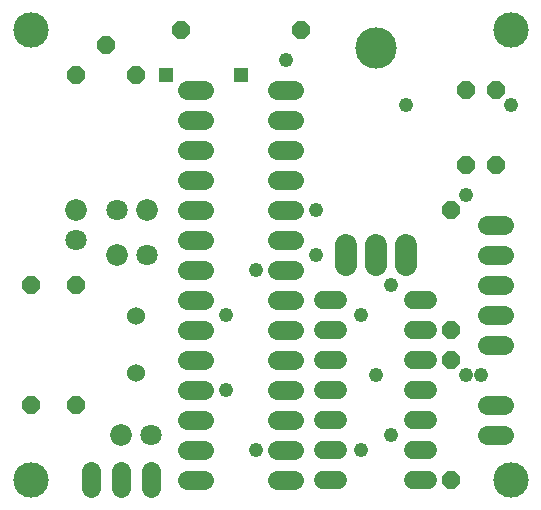
<source format=gbs>
G75*
%MOIN*%
%OFA0B0*%
%FSLAX25Y25*%
%IPPOS*%
%LPD*%
%AMOC8*
5,1,8,0,0,1.08239X$1,22.5*
%
%ADD10C,0.11824*%
%ADD11C,0.06000*%
%ADD12C,0.06400*%
%ADD13OC8,0.06000*%
%ADD14C,0.07400*%
%ADD15C,0.13800*%
%ADD16C,0.06000*%
%ADD17C,0.07071*%
%ADD18C,0.07211*%
%ADD19C,0.04762*%
%ADD20R,0.04762X0.04762*%
D10*
X0011800Y0013500D03*
X0171800Y0013500D03*
X0171800Y0163500D03*
X0011800Y0163500D03*
D11*
X0109200Y0073500D02*
X0114400Y0073500D01*
X0114400Y0063500D02*
X0109200Y0063500D01*
X0109200Y0053500D02*
X0114400Y0053500D01*
X0114400Y0043500D02*
X0109200Y0043500D01*
X0109200Y0033500D02*
X0114400Y0033500D01*
X0114400Y0023500D02*
X0109200Y0023500D01*
X0109200Y0013500D02*
X0114400Y0013500D01*
X0139200Y0013500D02*
X0144400Y0013500D01*
X0144400Y0023500D02*
X0139200Y0023500D01*
X0139200Y0033500D02*
X0144400Y0033500D01*
X0144400Y0043500D02*
X0139200Y0043500D01*
X0139200Y0053500D02*
X0144400Y0053500D01*
X0144400Y0063500D02*
X0139200Y0063500D01*
X0139200Y0073500D02*
X0144400Y0073500D01*
D12*
X0164000Y0068500D02*
X0169600Y0068500D01*
X0169600Y0058500D02*
X0164000Y0058500D01*
X0164000Y0078500D02*
X0169600Y0078500D01*
X0169600Y0088500D02*
X0164000Y0088500D01*
X0164000Y0098500D02*
X0169600Y0098500D01*
X0169600Y0038500D02*
X0164000Y0038500D01*
X0164000Y0028500D02*
X0169600Y0028500D01*
X0099600Y0023500D02*
X0094000Y0023500D01*
X0094000Y0033500D02*
X0099600Y0033500D01*
X0099600Y0043500D02*
X0094000Y0043500D01*
X0094000Y0053500D02*
X0099600Y0053500D01*
X0099600Y0063500D02*
X0094000Y0063500D01*
X0094000Y0073500D02*
X0099600Y0073500D01*
X0099600Y0083500D02*
X0094000Y0083500D01*
X0094000Y0093500D02*
X0099600Y0093500D01*
X0099600Y0103500D02*
X0094000Y0103500D01*
X0094000Y0113500D02*
X0099600Y0113500D01*
X0099600Y0123500D02*
X0094000Y0123500D01*
X0094000Y0133500D02*
X0099600Y0133500D01*
X0099600Y0143500D02*
X0094000Y0143500D01*
X0069600Y0143500D02*
X0064000Y0143500D01*
X0064000Y0133500D02*
X0069600Y0133500D01*
X0069600Y0123500D02*
X0064000Y0123500D01*
X0064000Y0113500D02*
X0069600Y0113500D01*
X0069600Y0103500D02*
X0064000Y0103500D01*
X0064000Y0093500D02*
X0069600Y0093500D01*
X0069600Y0083500D02*
X0064000Y0083500D01*
X0064000Y0073500D02*
X0069600Y0073500D01*
X0069600Y0063500D02*
X0064000Y0063500D01*
X0064000Y0053500D02*
X0069600Y0053500D01*
X0069600Y0043500D02*
X0064000Y0043500D01*
X0064000Y0033500D02*
X0069600Y0033500D01*
X0069600Y0023500D02*
X0064000Y0023500D01*
X0064000Y0013500D02*
X0069600Y0013500D01*
X0051800Y0010700D02*
X0051800Y0016300D01*
X0041800Y0016300D02*
X0041800Y0010700D01*
X0031800Y0010700D02*
X0031800Y0016300D01*
X0094000Y0013500D02*
X0099600Y0013500D01*
D13*
X0151800Y0013500D03*
X0151800Y0053500D03*
X0151800Y0063500D03*
X0151800Y0103500D03*
X0156800Y0118500D03*
X0166800Y0118500D03*
X0166800Y0143500D03*
X0156800Y0143500D03*
X0101800Y0163500D03*
X0061800Y0163500D03*
X0046800Y0148500D03*
X0036800Y0158500D03*
X0026800Y0148500D03*
X0026800Y0078500D03*
X0011800Y0078500D03*
X0011800Y0038500D03*
X0026800Y0038500D03*
D14*
X0116800Y0085200D02*
X0116800Y0091800D01*
X0126800Y0091800D02*
X0126800Y0085200D01*
X0136800Y0085200D02*
X0136800Y0091800D01*
D15*
X0126800Y0157500D03*
D16*
X0046800Y0068000D03*
X0046800Y0049000D03*
D17*
X0051800Y0028500D03*
X0050550Y0088500D03*
X0040550Y0103500D03*
X0026800Y0093500D03*
D18*
X0026800Y0103500D03*
X0040550Y0088500D03*
X0050550Y0103500D03*
X0041800Y0028500D03*
D19*
X0076800Y0043500D03*
X0086800Y0023500D03*
X0121800Y0023500D03*
X0131800Y0028500D03*
X0126800Y0048500D03*
X0121800Y0068500D03*
X0131800Y0078500D03*
X0106800Y0088500D03*
X0106800Y0103500D03*
X0086800Y0083500D03*
X0076800Y0068500D03*
X0136800Y0138500D03*
X0156800Y0108500D03*
X0171800Y0138500D03*
X0096800Y0153500D03*
X0156800Y0048500D03*
X0161800Y0048500D03*
D20*
X0081800Y0148500D03*
X0056800Y0148500D03*
M02*

</source>
